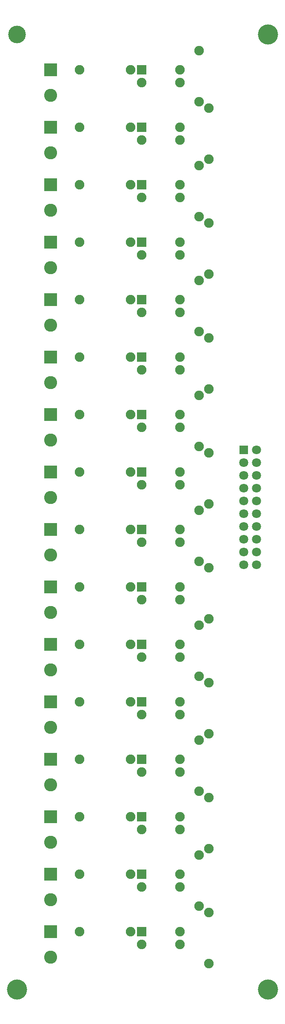
<source format=gbr>
G04 DipTrace 3.3.1.3*
G04 BottomMask.gbr*
%MOMM*%
G04 #@! TF.FileFunction,Soldermask,Bot*
G04 #@! TF.Part,Single*
%ADD21C,1.8*%
%ADD22R,1.8X1.8*%
%ADD23C,3.5*%
%ADD24C,4.0*%
%ADD29R,1.9X1.9*%
%ADD30C,1.9*%
%ADD31R,2.6X2.6*%
%ADD32C,2.6*%
%FSLAX35Y35*%
G04*
G71*
G90*
G75*
G01*
G04 BotMask*
%LPD*%
D23*
X492000Y19500000D3*
D24*
X5492000D3*
X492000Y500000D3*
X5492000D3*
D32*
X1165000Y18291803D3*
D31*
Y18799803D3*
D32*
Y17148803D3*
D31*
Y17656803D3*
D32*
Y16005803D3*
D31*
Y16513803D3*
D32*
Y14862803D3*
D31*
Y15370803D3*
D32*
Y13719803D3*
D31*
Y14227803D3*
D32*
Y12576803D3*
D31*
Y13084803D3*
D32*
Y11433803D3*
D31*
Y11941803D3*
D32*
Y10290803D3*
D31*
Y10798803D3*
D32*
Y9147803D3*
D31*
Y9655803D3*
D32*
Y8004803D3*
D31*
Y8512803D3*
D32*
Y6861803D3*
D31*
Y7369803D3*
D32*
Y5718803D3*
D31*
Y6226803D3*
D32*
Y4575803D3*
D31*
Y5083803D3*
D32*
Y3432803D3*
D31*
Y3940803D3*
D32*
Y2289803D3*
D31*
Y2797803D3*
D32*
Y1146803D3*
D31*
Y1654803D3*
D21*
X5262500Y8953500D3*
Y9207500D3*
Y9461500D3*
Y9715500D3*
Y9969500D3*
Y10223500D3*
Y10477500D3*
Y10731500D3*
Y10985500D3*
Y11239500D3*
D22*
X5008500D3*
D21*
Y10985500D3*
Y10731500D3*
Y10477500D3*
Y10223500D3*
Y9969500D3*
Y9715500D3*
Y9461500D3*
Y9207500D3*
Y8953500D3*
D30*
X2754250Y18796000D3*
X1738250D3*
X2754250Y17653000D3*
X1738250D3*
X2754250Y16510000D3*
X1738250D3*
X2754250Y15367000D3*
X1738250D3*
X2754250Y14224000D3*
X1738250D3*
X2754250Y13081000D3*
X1738250D3*
X2754250Y11938000D3*
X1738250D3*
X2754250Y10795000D3*
X1738250D3*
X2754250Y9652000D3*
X1738250D3*
X2754250Y8509000D3*
X1738250D3*
X2754250Y7366000D3*
X1738250D3*
X2754250Y6223000D3*
X1738250D3*
X2754250Y5080000D3*
X1738250D3*
X2754250Y3937000D3*
X1738250D3*
X2754250Y2794000D3*
X1738250D3*
X2754250Y1651000D3*
X1738250D3*
X4119500Y18161000D3*
Y19177000D3*
X4310000Y17018000D3*
Y18034000D3*
X4119500Y15875000D3*
Y16891000D3*
X4310000Y14732000D3*
Y15748000D3*
X4119500Y13589000D3*
Y14605000D3*
X4310000Y12446000D3*
Y13462000D3*
X4119500Y11303000D3*
Y12319000D3*
X4310000Y10160000D3*
Y11176000D3*
X4119500Y9017000D3*
Y10033000D3*
X4310000Y7874000D3*
Y8890000D3*
X4119500Y6731000D3*
Y7747000D3*
X4310000Y5588000D3*
Y6604000D3*
X4119500Y4445000D3*
Y5461000D3*
X4310000Y3302000D3*
Y4318000D3*
X4119500Y2159000D3*
Y3175000D3*
X4310000Y1016000D3*
Y2032000D3*
D29*
X2976500Y18796000D3*
D30*
Y18542000D3*
X3738500D3*
Y18796000D3*
D29*
X2976500Y17653000D3*
D30*
Y17399000D3*
X3738500D3*
Y17653000D3*
D29*
X2976500Y16510000D3*
D30*
Y16256000D3*
X3738500D3*
Y16510000D3*
D29*
X2976500Y15367000D3*
D30*
Y15113000D3*
X3738500D3*
Y15367000D3*
D29*
X2976500Y14224000D3*
D30*
Y13970000D3*
X3738500D3*
Y14224000D3*
D29*
X2976500Y13081000D3*
D30*
Y12827000D3*
X3738500D3*
Y13081000D3*
D29*
X2976500Y11938000D3*
D30*
Y11684000D3*
X3738500D3*
Y11938000D3*
D29*
X2976500Y10795000D3*
D30*
Y10541000D3*
X3738500D3*
Y10795000D3*
D29*
X2976500Y9652000D3*
D30*
Y9398000D3*
X3738500D3*
Y9652000D3*
D29*
X2976500Y8509000D3*
D30*
Y8255000D3*
X3738500D3*
Y8509000D3*
D29*
X2976500Y7366000D3*
D30*
Y7112000D3*
X3738500D3*
Y7366000D3*
D29*
X2976500Y6223000D3*
D30*
Y5969000D3*
X3738500D3*
Y6223000D3*
D29*
X2976500Y5080000D3*
D30*
Y4826000D3*
X3738500D3*
Y5080000D3*
D29*
X2976500Y3937000D3*
D30*
Y3683000D3*
X3738500D3*
Y3937000D3*
D29*
X2976500Y2794000D3*
D30*
Y2540000D3*
X3738500D3*
Y2794000D3*
D29*
X2976500Y1651000D3*
D30*
Y1397000D3*
X3738500D3*
Y1651000D3*
M02*

</source>
